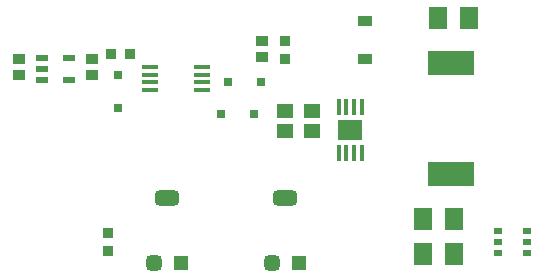
<source format=gtp>
G04*
G04 #@! TF.GenerationSoftware,Altium Limited,Altium Designer,20.0.13 (296)*
G04*
G04 Layer_Color=8421504*
%FSLAX25Y25*%
%MOIN*%
G70*
G01*
G75*
%ADD14R,0.07874X0.06693*%
%ADD15R,0.01772X0.05315*%
%ADD16R,0.05709X0.01772*%
%ADD17R,0.04134X0.02362*%
%ADD18R,0.05906X0.07284*%
G04:AMPARAMS|DCode=19|XSize=51.18mil|YSize=78.74mil|CornerRadius=12.8mil|HoleSize=0mil|Usage=FLASHONLY|Rotation=270.000|XOffset=0mil|YOffset=0mil|HoleType=Round|Shape=RoundedRectangle|*
%AMROUNDEDRECTD19*
21,1,0.05118,0.05315,0,0,270.0*
21,1,0.02559,0.07874,0,0,270.0*
1,1,0.02559,-0.02657,-0.01280*
1,1,0.02559,-0.02657,0.01280*
1,1,0.02559,0.02657,0.01280*
1,1,0.02559,0.02657,-0.01280*
%
%ADD19ROUNDEDRECTD19*%
G04:AMPARAMS|DCode=20|XSize=51.18mil|YSize=51.18mil|CornerRadius=12.8mil|HoleSize=0mil|Usage=FLASHONLY|Rotation=270.000|XOffset=0mil|YOffset=0mil|HoleType=Round|Shape=RoundedRectangle|*
%AMROUNDEDRECTD20*
21,1,0.05118,0.02559,0,0,270.0*
21,1,0.02559,0.05118,0,0,270.0*
1,1,0.02559,-0.01280,-0.01280*
1,1,0.02559,-0.01280,0.01280*
1,1,0.02559,0.01280,0.01280*
1,1,0.02559,0.01280,-0.01280*
%
%ADD20ROUNDEDRECTD20*%
%ADD21R,0.05118X0.05118*%
%ADD22R,0.03347X0.03347*%
%ADD23R,0.03347X0.03347*%
%ADD24R,0.03150X0.02165*%
%ADD25R,0.15748X0.07874*%
%ADD26R,0.02756X0.03150*%
%ADD27R,0.03150X0.02756*%
%ADD28R,0.04803X0.03583*%
%ADD29R,0.05512X0.04528*%
%ADD30R,0.03937X0.03543*%
D14*
X160433Y62008D02*
D03*
D15*
X164272Y69784D02*
D03*
X161713D02*
D03*
X159153D02*
D03*
X156595D02*
D03*
X164272Y54232D02*
D03*
X161713D02*
D03*
X159153D02*
D03*
X156595D02*
D03*
D16*
X93701Y82973D02*
D03*
Y80413D02*
D03*
Y77854D02*
D03*
Y75295D02*
D03*
X111024Y82973D02*
D03*
Y80413D02*
D03*
Y77854D02*
D03*
Y75295D02*
D03*
D17*
X66732Y86024D02*
D03*
Y78543D02*
D03*
X57677D02*
D03*
Y82284D02*
D03*
Y86024D02*
D03*
D18*
X195177Y32480D02*
D03*
X184744D02*
D03*
X195177Y20669D02*
D03*
X184744D02*
D03*
X189665Y99410D02*
D03*
X200098D02*
D03*
D19*
X138779Y39370D02*
D03*
X99410D02*
D03*
D20*
X134252Y17717D02*
D03*
X94882D02*
D03*
D21*
X143307D02*
D03*
X103937D02*
D03*
D22*
X138583Y85532D02*
D03*
Y91634D02*
D03*
X79724Y27657D02*
D03*
Y21555D02*
D03*
D23*
X80807Y87402D02*
D03*
X86910D02*
D03*
D24*
X209842Y28346D02*
D03*
Y24606D02*
D03*
Y20866D02*
D03*
X219291Y28346D02*
D03*
Y24606D02*
D03*
Y20866D02*
D03*
D25*
X193898Y47441D02*
D03*
Y84449D02*
D03*
D26*
X83071Y80315D02*
D03*
Y69291D02*
D03*
D27*
X128347Y67323D02*
D03*
X117323D02*
D03*
X119685Y77953D02*
D03*
X130709D02*
D03*
D28*
X165354Y85512D02*
D03*
Y98425D02*
D03*
D29*
X147638Y68405D02*
D03*
Y61516D02*
D03*
X138779Y68405D02*
D03*
Y61516D02*
D03*
D30*
X131102Y91634D02*
D03*
Y86319D02*
D03*
X74410Y80413D02*
D03*
Y85728D02*
D03*
X50000Y80413D02*
D03*
Y85728D02*
D03*
M02*

</source>
